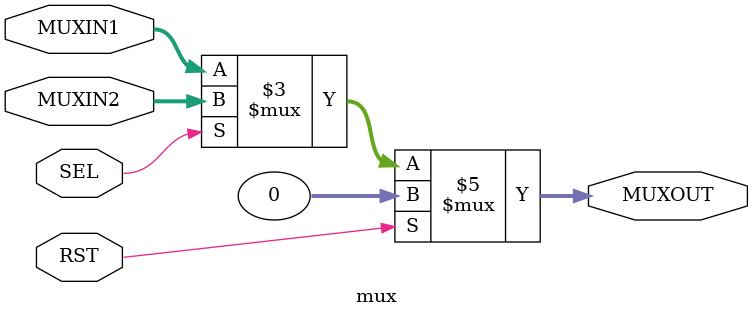
<source format=v>
module mux(MUXIN1, MUXIN2, MUXOUT, SEL, RST);

input RST;
input SEL;
input [31:0] MUXIN1;
input [31:0] MUXIN2;

output reg [31:0] MUXOUT;

always @(MUXIN2) begin
    if(RST == 1) MUXOUT = 32'b0; else
        MUXOUT = SEL ? MUXIN2 : MUXIN1;
    $display("IN1: %d, IN2: %d, SEL: %b, OUT: %d", MUXIN1, MUXIN2, SEL, MUXOUT);
        
end

endmodule
</source>
